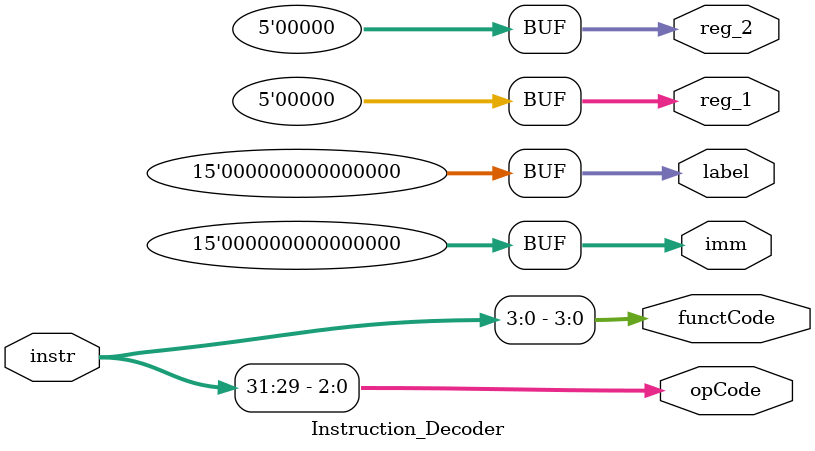
<source format=v>
`timescale 1ns / 1ps
module Instruction_Decoder(instr, opCode, functCode, reg_1, reg_2, imm, label);
input [31:0]instr;
output reg [2:0]opCode;
output reg [3:0]functCode;
output reg [4:0]reg_1;
output reg [4:0]reg_2;
output reg [14:0]imm;
output reg [14:0]label;

	always @(instr)
	begin
	opCode <= instr[31:29];
	functCode <= instr[3:0];
	case(opCode)
	3'b000:begin
			reg_1 = instr[28:24];
			reg_2 = instr[23:19];
			end
	3'b001:begin
			reg_1 = instr[28:24];
			imm = instr[23:9];
			end
	3'b010:begin
			reg_1 = instr[28:24];
			reg_2 = instr[23:19];
			imm = instr[18:4];
			end
	3'b011:begin
			imm = instr[28:14];
	end
	3'b100:begin
			reg_1 = instr[28:24];
			end
	default:begin
				reg_1 = 5'd0;
				reg_2 = 5'd0;
				imm = 15'd0;
				label = 15'd0;
				end
	endcase
	end
endmodule

</source>
